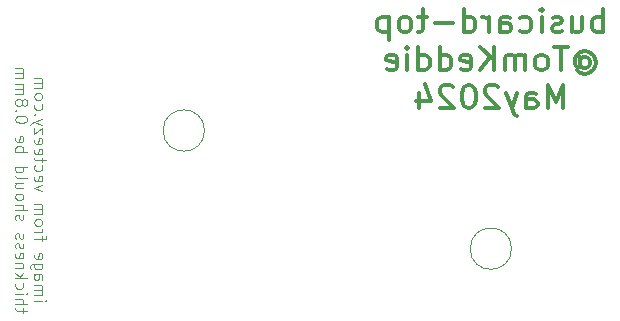
<source format=gbo>
G04 #@! TF.GenerationSoftware,KiCad,Pcbnew,8.0.2-1.fc40*
G04 #@! TF.CreationDate,2024-05-26T07:37:58-07:00*
G04 #@! TF.ProjectId,busicard-top,62757369-6361-4726-942d-746f702e6b69,rev?*
G04 #@! TF.SameCoordinates,Original*
G04 #@! TF.FileFunction,Legend,Bot*
G04 #@! TF.FilePolarity,Positive*
%FSLAX46Y46*%
G04 Gerber Fmt 4.6, Leading zero omitted, Abs format (unit mm)*
G04 Created by KiCad (PCBNEW 8.0.2-1.fc40) date 2024-05-26 07:37:58*
%MOMM*%
%LPD*%
G01*
G04 APERTURE LIST*
%ADD10C,0.300000*%
%ADD11C,0.100000*%
%ADD12C,0.120000*%
G04 APERTURE END LIST*
D10*
X180523809Y-86689750D02*
X180523809Y-84689750D01*
X180523809Y-85451654D02*
X180333333Y-85356416D01*
X180333333Y-85356416D02*
X179952380Y-85356416D01*
X179952380Y-85356416D02*
X179761904Y-85451654D01*
X179761904Y-85451654D02*
X179666666Y-85546892D01*
X179666666Y-85546892D02*
X179571428Y-85737369D01*
X179571428Y-85737369D02*
X179571428Y-86308797D01*
X179571428Y-86308797D02*
X179666666Y-86499273D01*
X179666666Y-86499273D02*
X179761904Y-86594512D01*
X179761904Y-86594512D02*
X179952380Y-86689750D01*
X179952380Y-86689750D02*
X180333333Y-86689750D01*
X180333333Y-86689750D02*
X180523809Y-86594512D01*
X177857142Y-85356416D02*
X177857142Y-86689750D01*
X178714285Y-85356416D02*
X178714285Y-86404035D01*
X178714285Y-86404035D02*
X178619047Y-86594512D01*
X178619047Y-86594512D02*
X178428571Y-86689750D01*
X178428571Y-86689750D02*
X178142856Y-86689750D01*
X178142856Y-86689750D02*
X177952380Y-86594512D01*
X177952380Y-86594512D02*
X177857142Y-86499273D01*
X176999999Y-86594512D02*
X176809523Y-86689750D01*
X176809523Y-86689750D02*
X176428571Y-86689750D01*
X176428571Y-86689750D02*
X176238094Y-86594512D01*
X176238094Y-86594512D02*
X176142856Y-86404035D01*
X176142856Y-86404035D02*
X176142856Y-86308797D01*
X176142856Y-86308797D02*
X176238094Y-86118321D01*
X176238094Y-86118321D02*
X176428571Y-86023083D01*
X176428571Y-86023083D02*
X176714285Y-86023083D01*
X176714285Y-86023083D02*
X176904761Y-85927845D01*
X176904761Y-85927845D02*
X176999999Y-85737369D01*
X176999999Y-85737369D02*
X176999999Y-85642131D01*
X176999999Y-85642131D02*
X176904761Y-85451654D01*
X176904761Y-85451654D02*
X176714285Y-85356416D01*
X176714285Y-85356416D02*
X176428571Y-85356416D01*
X176428571Y-85356416D02*
X176238094Y-85451654D01*
X175285713Y-86689750D02*
X175285713Y-85356416D01*
X175285713Y-84689750D02*
X175380951Y-84784988D01*
X175380951Y-84784988D02*
X175285713Y-84880226D01*
X175285713Y-84880226D02*
X175190475Y-84784988D01*
X175190475Y-84784988D02*
X175285713Y-84689750D01*
X175285713Y-84689750D02*
X175285713Y-84880226D01*
X173476189Y-86594512D02*
X173666665Y-86689750D01*
X173666665Y-86689750D02*
X174047618Y-86689750D01*
X174047618Y-86689750D02*
X174238094Y-86594512D01*
X174238094Y-86594512D02*
X174333332Y-86499273D01*
X174333332Y-86499273D02*
X174428570Y-86308797D01*
X174428570Y-86308797D02*
X174428570Y-85737369D01*
X174428570Y-85737369D02*
X174333332Y-85546892D01*
X174333332Y-85546892D02*
X174238094Y-85451654D01*
X174238094Y-85451654D02*
X174047618Y-85356416D01*
X174047618Y-85356416D02*
X173666665Y-85356416D01*
X173666665Y-85356416D02*
X173476189Y-85451654D01*
X171761903Y-86689750D02*
X171761903Y-85642131D01*
X171761903Y-85642131D02*
X171857141Y-85451654D01*
X171857141Y-85451654D02*
X172047617Y-85356416D01*
X172047617Y-85356416D02*
X172428570Y-85356416D01*
X172428570Y-85356416D02*
X172619046Y-85451654D01*
X171761903Y-86594512D02*
X171952379Y-86689750D01*
X171952379Y-86689750D02*
X172428570Y-86689750D01*
X172428570Y-86689750D02*
X172619046Y-86594512D01*
X172619046Y-86594512D02*
X172714284Y-86404035D01*
X172714284Y-86404035D02*
X172714284Y-86213559D01*
X172714284Y-86213559D02*
X172619046Y-86023083D01*
X172619046Y-86023083D02*
X172428570Y-85927845D01*
X172428570Y-85927845D02*
X171952379Y-85927845D01*
X171952379Y-85927845D02*
X171761903Y-85832607D01*
X170809522Y-86689750D02*
X170809522Y-85356416D01*
X170809522Y-85737369D02*
X170714284Y-85546892D01*
X170714284Y-85546892D02*
X170619046Y-85451654D01*
X170619046Y-85451654D02*
X170428570Y-85356416D01*
X170428570Y-85356416D02*
X170238093Y-85356416D01*
X168714284Y-86689750D02*
X168714284Y-84689750D01*
X168714284Y-86594512D02*
X168904760Y-86689750D01*
X168904760Y-86689750D02*
X169285713Y-86689750D01*
X169285713Y-86689750D02*
X169476189Y-86594512D01*
X169476189Y-86594512D02*
X169571427Y-86499273D01*
X169571427Y-86499273D02*
X169666665Y-86308797D01*
X169666665Y-86308797D02*
X169666665Y-85737369D01*
X169666665Y-85737369D02*
X169571427Y-85546892D01*
X169571427Y-85546892D02*
X169476189Y-85451654D01*
X169476189Y-85451654D02*
X169285713Y-85356416D01*
X169285713Y-85356416D02*
X168904760Y-85356416D01*
X168904760Y-85356416D02*
X168714284Y-85451654D01*
X167761903Y-85927845D02*
X166238094Y-85927845D01*
X165571427Y-85356416D02*
X164809523Y-85356416D01*
X165285713Y-84689750D02*
X165285713Y-86404035D01*
X165285713Y-86404035D02*
X165190475Y-86594512D01*
X165190475Y-86594512D02*
X164999999Y-86689750D01*
X164999999Y-86689750D02*
X164809523Y-86689750D01*
X163857142Y-86689750D02*
X164047618Y-86594512D01*
X164047618Y-86594512D02*
X164142856Y-86499273D01*
X164142856Y-86499273D02*
X164238094Y-86308797D01*
X164238094Y-86308797D02*
X164238094Y-85737369D01*
X164238094Y-85737369D02*
X164142856Y-85546892D01*
X164142856Y-85546892D02*
X164047618Y-85451654D01*
X164047618Y-85451654D02*
X163857142Y-85356416D01*
X163857142Y-85356416D02*
X163571427Y-85356416D01*
X163571427Y-85356416D02*
X163380951Y-85451654D01*
X163380951Y-85451654D02*
X163285713Y-85546892D01*
X163285713Y-85546892D02*
X163190475Y-85737369D01*
X163190475Y-85737369D02*
X163190475Y-86308797D01*
X163190475Y-86308797D02*
X163285713Y-86499273D01*
X163285713Y-86499273D02*
X163380951Y-86594512D01*
X163380951Y-86594512D02*
X163571427Y-86689750D01*
X163571427Y-86689750D02*
X163857142Y-86689750D01*
X162333332Y-85356416D02*
X162333332Y-87356416D01*
X162333332Y-85451654D02*
X162142856Y-85356416D01*
X162142856Y-85356416D02*
X161761903Y-85356416D01*
X161761903Y-85356416D02*
X161571427Y-85451654D01*
X161571427Y-85451654D02*
X161476189Y-85546892D01*
X161476189Y-85546892D02*
X161380951Y-85737369D01*
X161380951Y-85737369D02*
X161380951Y-86308797D01*
X161380951Y-86308797D02*
X161476189Y-86499273D01*
X161476189Y-86499273D02*
X161571427Y-86594512D01*
X161571427Y-86594512D02*
X161761903Y-86689750D01*
X161761903Y-86689750D02*
X162142856Y-86689750D01*
X162142856Y-86689750D02*
X162333332Y-86594512D01*
X178571429Y-88957257D02*
X178666667Y-88862019D01*
X178666667Y-88862019D02*
X178857143Y-88766780D01*
X178857143Y-88766780D02*
X179047619Y-88766780D01*
X179047619Y-88766780D02*
X179238095Y-88862019D01*
X179238095Y-88862019D02*
X179333334Y-88957257D01*
X179333334Y-88957257D02*
X179428572Y-89147733D01*
X179428572Y-89147733D02*
X179428572Y-89338209D01*
X179428572Y-89338209D02*
X179333334Y-89528685D01*
X179333334Y-89528685D02*
X179238095Y-89623923D01*
X179238095Y-89623923D02*
X179047619Y-89719161D01*
X179047619Y-89719161D02*
X178857143Y-89719161D01*
X178857143Y-89719161D02*
X178666667Y-89623923D01*
X178666667Y-89623923D02*
X178571429Y-89528685D01*
X178571429Y-88766780D02*
X178571429Y-89528685D01*
X178571429Y-89528685D02*
X178476191Y-89623923D01*
X178476191Y-89623923D02*
X178380953Y-89623923D01*
X178380953Y-89623923D02*
X178190476Y-89528685D01*
X178190476Y-89528685D02*
X178095238Y-89338209D01*
X178095238Y-89338209D02*
X178095238Y-88862019D01*
X178095238Y-88862019D02*
X178285715Y-88576304D01*
X178285715Y-88576304D02*
X178571429Y-88385828D01*
X178571429Y-88385828D02*
X178952381Y-88290590D01*
X178952381Y-88290590D02*
X179333334Y-88385828D01*
X179333334Y-88385828D02*
X179619048Y-88576304D01*
X179619048Y-88576304D02*
X179809524Y-88862019D01*
X179809524Y-88862019D02*
X179904762Y-89242971D01*
X179904762Y-89242971D02*
X179809524Y-89623923D01*
X179809524Y-89623923D02*
X179619048Y-89909638D01*
X179619048Y-89909638D02*
X179333334Y-90100114D01*
X179333334Y-90100114D02*
X178952381Y-90195352D01*
X178952381Y-90195352D02*
X178571429Y-90100114D01*
X178571429Y-90100114D02*
X178285715Y-89909638D01*
X177523809Y-87909638D02*
X176380952Y-87909638D01*
X176952381Y-89909638D02*
X176952381Y-87909638D01*
X175428571Y-89909638D02*
X175619047Y-89814400D01*
X175619047Y-89814400D02*
X175714285Y-89719161D01*
X175714285Y-89719161D02*
X175809523Y-89528685D01*
X175809523Y-89528685D02*
X175809523Y-88957257D01*
X175809523Y-88957257D02*
X175714285Y-88766780D01*
X175714285Y-88766780D02*
X175619047Y-88671542D01*
X175619047Y-88671542D02*
X175428571Y-88576304D01*
X175428571Y-88576304D02*
X175142856Y-88576304D01*
X175142856Y-88576304D02*
X174952380Y-88671542D01*
X174952380Y-88671542D02*
X174857142Y-88766780D01*
X174857142Y-88766780D02*
X174761904Y-88957257D01*
X174761904Y-88957257D02*
X174761904Y-89528685D01*
X174761904Y-89528685D02*
X174857142Y-89719161D01*
X174857142Y-89719161D02*
X174952380Y-89814400D01*
X174952380Y-89814400D02*
X175142856Y-89909638D01*
X175142856Y-89909638D02*
X175428571Y-89909638D01*
X173904761Y-89909638D02*
X173904761Y-88576304D01*
X173904761Y-88766780D02*
X173809523Y-88671542D01*
X173809523Y-88671542D02*
X173619047Y-88576304D01*
X173619047Y-88576304D02*
X173333332Y-88576304D01*
X173333332Y-88576304D02*
X173142856Y-88671542D01*
X173142856Y-88671542D02*
X173047618Y-88862019D01*
X173047618Y-88862019D02*
X173047618Y-89909638D01*
X173047618Y-88862019D02*
X172952380Y-88671542D01*
X172952380Y-88671542D02*
X172761904Y-88576304D01*
X172761904Y-88576304D02*
X172476190Y-88576304D01*
X172476190Y-88576304D02*
X172285713Y-88671542D01*
X172285713Y-88671542D02*
X172190475Y-88862019D01*
X172190475Y-88862019D02*
X172190475Y-89909638D01*
X171238094Y-89909638D02*
X171238094Y-87909638D01*
X170095237Y-89909638D02*
X170952380Y-88766780D01*
X170095237Y-87909638D02*
X171238094Y-89052495D01*
X168476189Y-89814400D02*
X168666665Y-89909638D01*
X168666665Y-89909638D02*
X169047618Y-89909638D01*
X169047618Y-89909638D02*
X169238094Y-89814400D01*
X169238094Y-89814400D02*
X169333332Y-89623923D01*
X169333332Y-89623923D02*
X169333332Y-88862019D01*
X169333332Y-88862019D02*
X169238094Y-88671542D01*
X169238094Y-88671542D02*
X169047618Y-88576304D01*
X169047618Y-88576304D02*
X168666665Y-88576304D01*
X168666665Y-88576304D02*
X168476189Y-88671542D01*
X168476189Y-88671542D02*
X168380951Y-88862019D01*
X168380951Y-88862019D02*
X168380951Y-89052495D01*
X168380951Y-89052495D02*
X169333332Y-89242971D01*
X166666665Y-89909638D02*
X166666665Y-87909638D01*
X166666665Y-89814400D02*
X166857141Y-89909638D01*
X166857141Y-89909638D02*
X167238094Y-89909638D01*
X167238094Y-89909638D02*
X167428570Y-89814400D01*
X167428570Y-89814400D02*
X167523808Y-89719161D01*
X167523808Y-89719161D02*
X167619046Y-89528685D01*
X167619046Y-89528685D02*
X167619046Y-88957257D01*
X167619046Y-88957257D02*
X167523808Y-88766780D01*
X167523808Y-88766780D02*
X167428570Y-88671542D01*
X167428570Y-88671542D02*
X167238094Y-88576304D01*
X167238094Y-88576304D02*
X166857141Y-88576304D01*
X166857141Y-88576304D02*
X166666665Y-88671542D01*
X164857141Y-89909638D02*
X164857141Y-87909638D01*
X164857141Y-89814400D02*
X165047617Y-89909638D01*
X165047617Y-89909638D02*
X165428570Y-89909638D01*
X165428570Y-89909638D02*
X165619046Y-89814400D01*
X165619046Y-89814400D02*
X165714284Y-89719161D01*
X165714284Y-89719161D02*
X165809522Y-89528685D01*
X165809522Y-89528685D02*
X165809522Y-88957257D01*
X165809522Y-88957257D02*
X165714284Y-88766780D01*
X165714284Y-88766780D02*
X165619046Y-88671542D01*
X165619046Y-88671542D02*
X165428570Y-88576304D01*
X165428570Y-88576304D02*
X165047617Y-88576304D01*
X165047617Y-88576304D02*
X164857141Y-88671542D01*
X163904760Y-89909638D02*
X163904760Y-88576304D01*
X163904760Y-87909638D02*
X163999998Y-88004876D01*
X163999998Y-88004876D02*
X163904760Y-88100114D01*
X163904760Y-88100114D02*
X163809522Y-88004876D01*
X163809522Y-88004876D02*
X163904760Y-87909638D01*
X163904760Y-87909638D02*
X163904760Y-88100114D01*
X162190474Y-89814400D02*
X162380950Y-89909638D01*
X162380950Y-89909638D02*
X162761903Y-89909638D01*
X162761903Y-89909638D02*
X162952379Y-89814400D01*
X162952379Y-89814400D02*
X163047617Y-89623923D01*
X163047617Y-89623923D02*
X163047617Y-88862019D01*
X163047617Y-88862019D02*
X162952379Y-88671542D01*
X162952379Y-88671542D02*
X162761903Y-88576304D01*
X162761903Y-88576304D02*
X162380950Y-88576304D01*
X162380950Y-88576304D02*
X162190474Y-88671542D01*
X162190474Y-88671542D02*
X162095236Y-88862019D01*
X162095236Y-88862019D02*
X162095236Y-89052495D01*
X162095236Y-89052495D02*
X163047617Y-89242971D01*
X177142857Y-93129526D02*
X177142857Y-91129526D01*
X177142857Y-91129526D02*
X176476190Y-92558097D01*
X176476190Y-92558097D02*
X175809524Y-91129526D01*
X175809524Y-91129526D02*
X175809524Y-93129526D01*
X174000000Y-93129526D02*
X174000000Y-92081907D01*
X174000000Y-92081907D02*
X174095238Y-91891430D01*
X174095238Y-91891430D02*
X174285714Y-91796192D01*
X174285714Y-91796192D02*
X174666667Y-91796192D01*
X174666667Y-91796192D02*
X174857143Y-91891430D01*
X174000000Y-93034288D02*
X174190476Y-93129526D01*
X174190476Y-93129526D02*
X174666667Y-93129526D01*
X174666667Y-93129526D02*
X174857143Y-93034288D01*
X174857143Y-93034288D02*
X174952381Y-92843811D01*
X174952381Y-92843811D02*
X174952381Y-92653335D01*
X174952381Y-92653335D02*
X174857143Y-92462859D01*
X174857143Y-92462859D02*
X174666667Y-92367621D01*
X174666667Y-92367621D02*
X174190476Y-92367621D01*
X174190476Y-92367621D02*
X174000000Y-92272383D01*
X173238095Y-91796192D02*
X172761905Y-93129526D01*
X172285714Y-91796192D02*
X172761905Y-93129526D01*
X172761905Y-93129526D02*
X172952381Y-93605716D01*
X172952381Y-93605716D02*
X173047619Y-93700954D01*
X173047619Y-93700954D02*
X173238095Y-93796192D01*
X171619047Y-91320002D02*
X171523809Y-91224764D01*
X171523809Y-91224764D02*
X171333333Y-91129526D01*
X171333333Y-91129526D02*
X170857142Y-91129526D01*
X170857142Y-91129526D02*
X170666666Y-91224764D01*
X170666666Y-91224764D02*
X170571428Y-91320002D01*
X170571428Y-91320002D02*
X170476190Y-91510478D01*
X170476190Y-91510478D02*
X170476190Y-91700954D01*
X170476190Y-91700954D02*
X170571428Y-91986668D01*
X170571428Y-91986668D02*
X171714285Y-93129526D01*
X171714285Y-93129526D02*
X170476190Y-93129526D01*
X169238095Y-91129526D02*
X169047618Y-91129526D01*
X169047618Y-91129526D02*
X168857142Y-91224764D01*
X168857142Y-91224764D02*
X168761904Y-91320002D01*
X168761904Y-91320002D02*
X168666666Y-91510478D01*
X168666666Y-91510478D02*
X168571428Y-91891430D01*
X168571428Y-91891430D02*
X168571428Y-92367621D01*
X168571428Y-92367621D02*
X168666666Y-92748573D01*
X168666666Y-92748573D02*
X168761904Y-92939049D01*
X168761904Y-92939049D02*
X168857142Y-93034288D01*
X168857142Y-93034288D02*
X169047618Y-93129526D01*
X169047618Y-93129526D02*
X169238095Y-93129526D01*
X169238095Y-93129526D02*
X169428571Y-93034288D01*
X169428571Y-93034288D02*
X169523809Y-92939049D01*
X169523809Y-92939049D02*
X169619047Y-92748573D01*
X169619047Y-92748573D02*
X169714285Y-92367621D01*
X169714285Y-92367621D02*
X169714285Y-91891430D01*
X169714285Y-91891430D02*
X169619047Y-91510478D01*
X169619047Y-91510478D02*
X169523809Y-91320002D01*
X169523809Y-91320002D02*
X169428571Y-91224764D01*
X169428571Y-91224764D02*
X169238095Y-91129526D01*
X167809523Y-91320002D02*
X167714285Y-91224764D01*
X167714285Y-91224764D02*
X167523809Y-91129526D01*
X167523809Y-91129526D02*
X167047618Y-91129526D01*
X167047618Y-91129526D02*
X166857142Y-91224764D01*
X166857142Y-91224764D02*
X166761904Y-91320002D01*
X166761904Y-91320002D02*
X166666666Y-91510478D01*
X166666666Y-91510478D02*
X166666666Y-91700954D01*
X166666666Y-91700954D02*
X166761904Y-91986668D01*
X166761904Y-91986668D02*
X167904761Y-93129526D01*
X167904761Y-93129526D02*
X166666666Y-93129526D01*
X164952380Y-91796192D02*
X164952380Y-93129526D01*
X165428571Y-91034288D02*
X165904761Y-92462859D01*
X165904761Y-92462859D02*
X164666666Y-92462859D01*
D11*
X132347552Y-109428571D02*
X133014219Y-109428571D01*
X133347552Y-109428571D02*
X133299933Y-109476190D01*
X133299933Y-109476190D02*
X133252314Y-109428571D01*
X133252314Y-109428571D02*
X133299933Y-109380952D01*
X133299933Y-109380952D02*
X133347552Y-109428571D01*
X133347552Y-109428571D02*
X133252314Y-109428571D01*
X132347552Y-108952381D02*
X133014219Y-108952381D01*
X132918981Y-108952381D02*
X132966600Y-108904762D01*
X132966600Y-108904762D02*
X133014219Y-108809524D01*
X133014219Y-108809524D02*
X133014219Y-108666667D01*
X133014219Y-108666667D02*
X132966600Y-108571429D01*
X132966600Y-108571429D02*
X132871362Y-108523810D01*
X132871362Y-108523810D02*
X132347552Y-108523810D01*
X132871362Y-108523810D02*
X132966600Y-108476191D01*
X132966600Y-108476191D02*
X133014219Y-108380953D01*
X133014219Y-108380953D02*
X133014219Y-108238096D01*
X133014219Y-108238096D02*
X132966600Y-108142857D01*
X132966600Y-108142857D02*
X132871362Y-108095238D01*
X132871362Y-108095238D02*
X132347552Y-108095238D01*
X132347552Y-107190477D02*
X132871362Y-107190477D01*
X132871362Y-107190477D02*
X132966600Y-107238096D01*
X132966600Y-107238096D02*
X133014219Y-107333334D01*
X133014219Y-107333334D02*
X133014219Y-107523810D01*
X133014219Y-107523810D02*
X132966600Y-107619048D01*
X132395172Y-107190477D02*
X132347552Y-107285715D01*
X132347552Y-107285715D02*
X132347552Y-107523810D01*
X132347552Y-107523810D02*
X132395172Y-107619048D01*
X132395172Y-107619048D02*
X132490410Y-107666667D01*
X132490410Y-107666667D02*
X132585648Y-107666667D01*
X132585648Y-107666667D02*
X132680886Y-107619048D01*
X132680886Y-107619048D02*
X132728505Y-107523810D01*
X132728505Y-107523810D02*
X132728505Y-107285715D01*
X132728505Y-107285715D02*
X132776124Y-107190477D01*
X133014219Y-106285715D02*
X132204695Y-106285715D01*
X132204695Y-106285715D02*
X132109457Y-106333334D01*
X132109457Y-106333334D02*
X132061838Y-106380953D01*
X132061838Y-106380953D02*
X132014219Y-106476191D01*
X132014219Y-106476191D02*
X132014219Y-106619048D01*
X132014219Y-106619048D02*
X132061838Y-106714286D01*
X132395172Y-106285715D02*
X132347552Y-106380953D01*
X132347552Y-106380953D02*
X132347552Y-106571429D01*
X132347552Y-106571429D02*
X132395172Y-106666667D01*
X132395172Y-106666667D02*
X132442791Y-106714286D01*
X132442791Y-106714286D02*
X132538029Y-106761905D01*
X132538029Y-106761905D02*
X132823743Y-106761905D01*
X132823743Y-106761905D02*
X132918981Y-106714286D01*
X132918981Y-106714286D02*
X132966600Y-106666667D01*
X132966600Y-106666667D02*
X133014219Y-106571429D01*
X133014219Y-106571429D02*
X133014219Y-106380953D01*
X133014219Y-106380953D02*
X132966600Y-106285715D01*
X132395172Y-105428572D02*
X132347552Y-105523810D01*
X132347552Y-105523810D02*
X132347552Y-105714286D01*
X132347552Y-105714286D02*
X132395172Y-105809524D01*
X132395172Y-105809524D02*
X132490410Y-105857143D01*
X132490410Y-105857143D02*
X132871362Y-105857143D01*
X132871362Y-105857143D02*
X132966600Y-105809524D01*
X132966600Y-105809524D02*
X133014219Y-105714286D01*
X133014219Y-105714286D02*
X133014219Y-105523810D01*
X133014219Y-105523810D02*
X132966600Y-105428572D01*
X132966600Y-105428572D02*
X132871362Y-105380953D01*
X132871362Y-105380953D02*
X132776124Y-105380953D01*
X132776124Y-105380953D02*
X132680886Y-105857143D01*
X133014219Y-104333333D02*
X133014219Y-103952381D01*
X132347552Y-104190476D02*
X133204695Y-104190476D01*
X133204695Y-104190476D02*
X133299933Y-104142857D01*
X133299933Y-104142857D02*
X133347552Y-104047619D01*
X133347552Y-104047619D02*
X133347552Y-103952381D01*
X132347552Y-103619047D02*
X133014219Y-103619047D01*
X132823743Y-103619047D02*
X132918981Y-103571428D01*
X132918981Y-103571428D02*
X132966600Y-103523809D01*
X132966600Y-103523809D02*
X133014219Y-103428571D01*
X133014219Y-103428571D02*
X133014219Y-103333333D01*
X132347552Y-102857142D02*
X132395172Y-102952380D01*
X132395172Y-102952380D02*
X132442791Y-102999999D01*
X132442791Y-102999999D02*
X132538029Y-103047618D01*
X132538029Y-103047618D02*
X132823743Y-103047618D01*
X132823743Y-103047618D02*
X132918981Y-102999999D01*
X132918981Y-102999999D02*
X132966600Y-102952380D01*
X132966600Y-102952380D02*
X133014219Y-102857142D01*
X133014219Y-102857142D02*
X133014219Y-102714285D01*
X133014219Y-102714285D02*
X132966600Y-102619047D01*
X132966600Y-102619047D02*
X132918981Y-102571428D01*
X132918981Y-102571428D02*
X132823743Y-102523809D01*
X132823743Y-102523809D02*
X132538029Y-102523809D01*
X132538029Y-102523809D02*
X132442791Y-102571428D01*
X132442791Y-102571428D02*
X132395172Y-102619047D01*
X132395172Y-102619047D02*
X132347552Y-102714285D01*
X132347552Y-102714285D02*
X132347552Y-102857142D01*
X132347552Y-102095237D02*
X133014219Y-102095237D01*
X132918981Y-102095237D02*
X132966600Y-102047618D01*
X132966600Y-102047618D02*
X133014219Y-101952380D01*
X133014219Y-101952380D02*
X133014219Y-101809523D01*
X133014219Y-101809523D02*
X132966600Y-101714285D01*
X132966600Y-101714285D02*
X132871362Y-101666666D01*
X132871362Y-101666666D02*
X132347552Y-101666666D01*
X132871362Y-101666666D02*
X132966600Y-101619047D01*
X132966600Y-101619047D02*
X133014219Y-101523809D01*
X133014219Y-101523809D02*
X133014219Y-101380952D01*
X133014219Y-101380952D02*
X132966600Y-101285713D01*
X132966600Y-101285713D02*
X132871362Y-101238094D01*
X132871362Y-101238094D02*
X132347552Y-101238094D01*
X133014219Y-100095237D02*
X132347552Y-99857142D01*
X132347552Y-99857142D02*
X133014219Y-99619047D01*
X132395172Y-98857142D02*
X132347552Y-98952380D01*
X132347552Y-98952380D02*
X132347552Y-99142856D01*
X132347552Y-99142856D02*
X132395172Y-99238094D01*
X132395172Y-99238094D02*
X132490410Y-99285713D01*
X132490410Y-99285713D02*
X132871362Y-99285713D01*
X132871362Y-99285713D02*
X132966600Y-99238094D01*
X132966600Y-99238094D02*
X133014219Y-99142856D01*
X133014219Y-99142856D02*
X133014219Y-98952380D01*
X133014219Y-98952380D02*
X132966600Y-98857142D01*
X132966600Y-98857142D02*
X132871362Y-98809523D01*
X132871362Y-98809523D02*
X132776124Y-98809523D01*
X132776124Y-98809523D02*
X132680886Y-99285713D01*
X132395172Y-97952380D02*
X132347552Y-98047618D01*
X132347552Y-98047618D02*
X132347552Y-98238094D01*
X132347552Y-98238094D02*
X132395172Y-98333332D01*
X132395172Y-98333332D02*
X132442791Y-98380951D01*
X132442791Y-98380951D02*
X132538029Y-98428570D01*
X132538029Y-98428570D02*
X132823743Y-98428570D01*
X132823743Y-98428570D02*
X132918981Y-98380951D01*
X132918981Y-98380951D02*
X132966600Y-98333332D01*
X132966600Y-98333332D02*
X133014219Y-98238094D01*
X133014219Y-98238094D02*
X133014219Y-98047618D01*
X133014219Y-98047618D02*
X132966600Y-97952380D01*
X133014219Y-97666665D02*
X133014219Y-97285713D01*
X133347552Y-97523808D02*
X132490410Y-97523808D01*
X132490410Y-97523808D02*
X132395172Y-97476189D01*
X132395172Y-97476189D02*
X132347552Y-97380951D01*
X132347552Y-97380951D02*
X132347552Y-97285713D01*
X132395172Y-96571427D02*
X132347552Y-96666665D01*
X132347552Y-96666665D02*
X132347552Y-96857141D01*
X132347552Y-96857141D02*
X132395172Y-96952379D01*
X132395172Y-96952379D02*
X132490410Y-96999998D01*
X132490410Y-96999998D02*
X132871362Y-96999998D01*
X132871362Y-96999998D02*
X132966600Y-96952379D01*
X132966600Y-96952379D02*
X133014219Y-96857141D01*
X133014219Y-96857141D02*
X133014219Y-96666665D01*
X133014219Y-96666665D02*
X132966600Y-96571427D01*
X132966600Y-96571427D02*
X132871362Y-96523808D01*
X132871362Y-96523808D02*
X132776124Y-96523808D01*
X132776124Y-96523808D02*
X132680886Y-96999998D01*
X132395172Y-95714284D02*
X132347552Y-95809522D01*
X132347552Y-95809522D02*
X132347552Y-95999998D01*
X132347552Y-95999998D02*
X132395172Y-96095236D01*
X132395172Y-96095236D02*
X132490410Y-96142855D01*
X132490410Y-96142855D02*
X132871362Y-96142855D01*
X132871362Y-96142855D02*
X132966600Y-96095236D01*
X132966600Y-96095236D02*
X133014219Y-95999998D01*
X133014219Y-95999998D02*
X133014219Y-95809522D01*
X133014219Y-95809522D02*
X132966600Y-95714284D01*
X132966600Y-95714284D02*
X132871362Y-95666665D01*
X132871362Y-95666665D02*
X132776124Y-95666665D01*
X132776124Y-95666665D02*
X132680886Y-96142855D01*
X133014219Y-95333331D02*
X133014219Y-94809522D01*
X133014219Y-94809522D02*
X132347552Y-95333331D01*
X132347552Y-95333331D02*
X132347552Y-94809522D01*
X133014219Y-94523807D02*
X132347552Y-94285712D01*
X133014219Y-94047617D02*
X132347552Y-94285712D01*
X132347552Y-94285712D02*
X132109457Y-94380950D01*
X132109457Y-94380950D02*
X132061838Y-94428569D01*
X132061838Y-94428569D02*
X132014219Y-94523807D01*
X132442791Y-93666664D02*
X132395172Y-93619045D01*
X132395172Y-93619045D02*
X132347552Y-93666664D01*
X132347552Y-93666664D02*
X132395172Y-93714283D01*
X132395172Y-93714283D02*
X132442791Y-93666664D01*
X132442791Y-93666664D02*
X132347552Y-93666664D01*
X132395172Y-92761903D02*
X132347552Y-92857141D01*
X132347552Y-92857141D02*
X132347552Y-93047617D01*
X132347552Y-93047617D02*
X132395172Y-93142855D01*
X132395172Y-93142855D02*
X132442791Y-93190474D01*
X132442791Y-93190474D02*
X132538029Y-93238093D01*
X132538029Y-93238093D02*
X132823743Y-93238093D01*
X132823743Y-93238093D02*
X132918981Y-93190474D01*
X132918981Y-93190474D02*
X132966600Y-93142855D01*
X132966600Y-93142855D02*
X133014219Y-93047617D01*
X133014219Y-93047617D02*
X133014219Y-92857141D01*
X133014219Y-92857141D02*
X132966600Y-92761903D01*
X132347552Y-92190474D02*
X132395172Y-92285712D01*
X132395172Y-92285712D02*
X132442791Y-92333331D01*
X132442791Y-92333331D02*
X132538029Y-92380950D01*
X132538029Y-92380950D02*
X132823743Y-92380950D01*
X132823743Y-92380950D02*
X132918981Y-92333331D01*
X132918981Y-92333331D02*
X132966600Y-92285712D01*
X132966600Y-92285712D02*
X133014219Y-92190474D01*
X133014219Y-92190474D02*
X133014219Y-92047617D01*
X133014219Y-92047617D02*
X132966600Y-91952379D01*
X132966600Y-91952379D02*
X132918981Y-91904760D01*
X132918981Y-91904760D02*
X132823743Y-91857141D01*
X132823743Y-91857141D02*
X132538029Y-91857141D01*
X132538029Y-91857141D02*
X132442791Y-91904760D01*
X132442791Y-91904760D02*
X132395172Y-91952379D01*
X132395172Y-91952379D02*
X132347552Y-92047617D01*
X132347552Y-92047617D02*
X132347552Y-92190474D01*
X132347552Y-91428569D02*
X133014219Y-91428569D01*
X132918981Y-91428569D02*
X132966600Y-91380950D01*
X132966600Y-91380950D02*
X133014219Y-91285712D01*
X133014219Y-91285712D02*
X133014219Y-91142855D01*
X133014219Y-91142855D02*
X132966600Y-91047617D01*
X132966600Y-91047617D02*
X132871362Y-90999998D01*
X132871362Y-90999998D02*
X132347552Y-90999998D01*
X132871362Y-90999998D02*
X132966600Y-90952379D01*
X132966600Y-90952379D02*
X133014219Y-90857141D01*
X133014219Y-90857141D02*
X133014219Y-90714284D01*
X133014219Y-90714284D02*
X132966600Y-90619045D01*
X132966600Y-90619045D02*
X132871362Y-90571426D01*
X132871362Y-90571426D02*
X132347552Y-90571426D01*
X131404275Y-110428571D02*
X131404275Y-110047619D01*
X131737608Y-110285714D02*
X130880466Y-110285714D01*
X130880466Y-110285714D02*
X130785228Y-110238095D01*
X130785228Y-110238095D02*
X130737608Y-110142857D01*
X130737608Y-110142857D02*
X130737608Y-110047619D01*
X130737608Y-109714285D02*
X131737608Y-109714285D01*
X130737608Y-109285714D02*
X131261418Y-109285714D01*
X131261418Y-109285714D02*
X131356656Y-109333333D01*
X131356656Y-109333333D02*
X131404275Y-109428571D01*
X131404275Y-109428571D02*
X131404275Y-109571428D01*
X131404275Y-109571428D02*
X131356656Y-109666666D01*
X131356656Y-109666666D02*
X131309037Y-109714285D01*
X130737608Y-108809523D02*
X131404275Y-108809523D01*
X131737608Y-108809523D02*
X131689989Y-108857142D01*
X131689989Y-108857142D02*
X131642370Y-108809523D01*
X131642370Y-108809523D02*
X131689989Y-108761904D01*
X131689989Y-108761904D02*
X131737608Y-108809523D01*
X131737608Y-108809523D02*
X131642370Y-108809523D01*
X130785228Y-107904762D02*
X130737608Y-108000000D01*
X130737608Y-108000000D02*
X130737608Y-108190476D01*
X130737608Y-108190476D02*
X130785228Y-108285714D01*
X130785228Y-108285714D02*
X130832847Y-108333333D01*
X130832847Y-108333333D02*
X130928085Y-108380952D01*
X130928085Y-108380952D02*
X131213799Y-108380952D01*
X131213799Y-108380952D02*
X131309037Y-108333333D01*
X131309037Y-108333333D02*
X131356656Y-108285714D01*
X131356656Y-108285714D02*
X131404275Y-108190476D01*
X131404275Y-108190476D02*
X131404275Y-108000000D01*
X131404275Y-108000000D02*
X131356656Y-107904762D01*
X130737608Y-107476190D02*
X131737608Y-107476190D01*
X131118561Y-107380952D02*
X130737608Y-107095238D01*
X131404275Y-107095238D02*
X131023323Y-107476190D01*
X131404275Y-106666666D02*
X130737608Y-106666666D01*
X131309037Y-106666666D02*
X131356656Y-106619047D01*
X131356656Y-106619047D02*
X131404275Y-106523809D01*
X131404275Y-106523809D02*
X131404275Y-106380952D01*
X131404275Y-106380952D02*
X131356656Y-106285714D01*
X131356656Y-106285714D02*
X131261418Y-106238095D01*
X131261418Y-106238095D02*
X130737608Y-106238095D01*
X130785228Y-105380952D02*
X130737608Y-105476190D01*
X130737608Y-105476190D02*
X130737608Y-105666666D01*
X130737608Y-105666666D02*
X130785228Y-105761904D01*
X130785228Y-105761904D02*
X130880466Y-105809523D01*
X130880466Y-105809523D02*
X131261418Y-105809523D01*
X131261418Y-105809523D02*
X131356656Y-105761904D01*
X131356656Y-105761904D02*
X131404275Y-105666666D01*
X131404275Y-105666666D02*
X131404275Y-105476190D01*
X131404275Y-105476190D02*
X131356656Y-105380952D01*
X131356656Y-105380952D02*
X131261418Y-105333333D01*
X131261418Y-105333333D02*
X131166180Y-105333333D01*
X131166180Y-105333333D02*
X131070942Y-105809523D01*
X130785228Y-104952380D02*
X130737608Y-104857142D01*
X130737608Y-104857142D02*
X130737608Y-104666666D01*
X130737608Y-104666666D02*
X130785228Y-104571428D01*
X130785228Y-104571428D02*
X130880466Y-104523809D01*
X130880466Y-104523809D02*
X130928085Y-104523809D01*
X130928085Y-104523809D02*
X131023323Y-104571428D01*
X131023323Y-104571428D02*
X131070942Y-104666666D01*
X131070942Y-104666666D02*
X131070942Y-104809523D01*
X131070942Y-104809523D02*
X131118561Y-104904761D01*
X131118561Y-104904761D02*
X131213799Y-104952380D01*
X131213799Y-104952380D02*
X131261418Y-104952380D01*
X131261418Y-104952380D02*
X131356656Y-104904761D01*
X131356656Y-104904761D02*
X131404275Y-104809523D01*
X131404275Y-104809523D02*
X131404275Y-104666666D01*
X131404275Y-104666666D02*
X131356656Y-104571428D01*
X130785228Y-104142856D02*
X130737608Y-104047618D01*
X130737608Y-104047618D02*
X130737608Y-103857142D01*
X130737608Y-103857142D02*
X130785228Y-103761904D01*
X130785228Y-103761904D02*
X130880466Y-103714285D01*
X130880466Y-103714285D02*
X130928085Y-103714285D01*
X130928085Y-103714285D02*
X131023323Y-103761904D01*
X131023323Y-103761904D02*
X131070942Y-103857142D01*
X131070942Y-103857142D02*
X131070942Y-103999999D01*
X131070942Y-103999999D02*
X131118561Y-104095237D01*
X131118561Y-104095237D02*
X131213799Y-104142856D01*
X131213799Y-104142856D02*
X131261418Y-104142856D01*
X131261418Y-104142856D02*
X131356656Y-104095237D01*
X131356656Y-104095237D02*
X131404275Y-103999999D01*
X131404275Y-103999999D02*
X131404275Y-103857142D01*
X131404275Y-103857142D02*
X131356656Y-103761904D01*
X130785228Y-102571427D02*
X130737608Y-102476189D01*
X130737608Y-102476189D02*
X130737608Y-102285713D01*
X130737608Y-102285713D02*
X130785228Y-102190475D01*
X130785228Y-102190475D02*
X130880466Y-102142856D01*
X130880466Y-102142856D02*
X130928085Y-102142856D01*
X130928085Y-102142856D02*
X131023323Y-102190475D01*
X131023323Y-102190475D02*
X131070942Y-102285713D01*
X131070942Y-102285713D02*
X131070942Y-102428570D01*
X131070942Y-102428570D02*
X131118561Y-102523808D01*
X131118561Y-102523808D02*
X131213799Y-102571427D01*
X131213799Y-102571427D02*
X131261418Y-102571427D01*
X131261418Y-102571427D02*
X131356656Y-102523808D01*
X131356656Y-102523808D02*
X131404275Y-102428570D01*
X131404275Y-102428570D02*
X131404275Y-102285713D01*
X131404275Y-102285713D02*
X131356656Y-102190475D01*
X130737608Y-101714284D02*
X131737608Y-101714284D01*
X130737608Y-101285713D02*
X131261418Y-101285713D01*
X131261418Y-101285713D02*
X131356656Y-101333332D01*
X131356656Y-101333332D02*
X131404275Y-101428570D01*
X131404275Y-101428570D02*
X131404275Y-101571427D01*
X131404275Y-101571427D02*
X131356656Y-101666665D01*
X131356656Y-101666665D02*
X131309037Y-101714284D01*
X130737608Y-100666665D02*
X130785228Y-100761903D01*
X130785228Y-100761903D02*
X130832847Y-100809522D01*
X130832847Y-100809522D02*
X130928085Y-100857141D01*
X130928085Y-100857141D02*
X131213799Y-100857141D01*
X131213799Y-100857141D02*
X131309037Y-100809522D01*
X131309037Y-100809522D02*
X131356656Y-100761903D01*
X131356656Y-100761903D02*
X131404275Y-100666665D01*
X131404275Y-100666665D02*
X131404275Y-100523808D01*
X131404275Y-100523808D02*
X131356656Y-100428570D01*
X131356656Y-100428570D02*
X131309037Y-100380951D01*
X131309037Y-100380951D02*
X131213799Y-100333332D01*
X131213799Y-100333332D02*
X130928085Y-100333332D01*
X130928085Y-100333332D02*
X130832847Y-100380951D01*
X130832847Y-100380951D02*
X130785228Y-100428570D01*
X130785228Y-100428570D02*
X130737608Y-100523808D01*
X130737608Y-100523808D02*
X130737608Y-100666665D01*
X131404275Y-99476189D02*
X130737608Y-99476189D01*
X131404275Y-99904760D02*
X130880466Y-99904760D01*
X130880466Y-99904760D02*
X130785228Y-99857141D01*
X130785228Y-99857141D02*
X130737608Y-99761903D01*
X130737608Y-99761903D02*
X130737608Y-99619046D01*
X130737608Y-99619046D02*
X130785228Y-99523808D01*
X130785228Y-99523808D02*
X130832847Y-99476189D01*
X130737608Y-98857141D02*
X130785228Y-98952379D01*
X130785228Y-98952379D02*
X130880466Y-98999998D01*
X130880466Y-98999998D02*
X131737608Y-98999998D01*
X130737608Y-98047617D02*
X131737608Y-98047617D01*
X130785228Y-98047617D02*
X130737608Y-98142855D01*
X130737608Y-98142855D02*
X130737608Y-98333331D01*
X130737608Y-98333331D02*
X130785228Y-98428569D01*
X130785228Y-98428569D02*
X130832847Y-98476188D01*
X130832847Y-98476188D02*
X130928085Y-98523807D01*
X130928085Y-98523807D02*
X131213799Y-98523807D01*
X131213799Y-98523807D02*
X131309037Y-98476188D01*
X131309037Y-98476188D02*
X131356656Y-98428569D01*
X131356656Y-98428569D02*
X131404275Y-98333331D01*
X131404275Y-98333331D02*
X131404275Y-98142855D01*
X131404275Y-98142855D02*
X131356656Y-98047617D01*
X130737608Y-96809521D02*
X131737608Y-96809521D01*
X131356656Y-96809521D02*
X131404275Y-96714283D01*
X131404275Y-96714283D02*
X131404275Y-96523807D01*
X131404275Y-96523807D02*
X131356656Y-96428569D01*
X131356656Y-96428569D02*
X131309037Y-96380950D01*
X131309037Y-96380950D02*
X131213799Y-96333331D01*
X131213799Y-96333331D02*
X130928085Y-96333331D01*
X130928085Y-96333331D02*
X130832847Y-96380950D01*
X130832847Y-96380950D02*
X130785228Y-96428569D01*
X130785228Y-96428569D02*
X130737608Y-96523807D01*
X130737608Y-96523807D02*
X130737608Y-96714283D01*
X130737608Y-96714283D02*
X130785228Y-96809521D01*
X130785228Y-95523807D02*
X130737608Y-95619045D01*
X130737608Y-95619045D02*
X130737608Y-95809521D01*
X130737608Y-95809521D02*
X130785228Y-95904759D01*
X130785228Y-95904759D02*
X130880466Y-95952378D01*
X130880466Y-95952378D02*
X131261418Y-95952378D01*
X131261418Y-95952378D02*
X131356656Y-95904759D01*
X131356656Y-95904759D02*
X131404275Y-95809521D01*
X131404275Y-95809521D02*
X131404275Y-95619045D01*
X131404275Y-95619045D02*
X131356656Y-95523807D01*
X131356656Y-95523807D02*
X131261418Y-95476188D01*
X131261418Y-95476188D02*
X131166180Y-95476188D01*
X131166180Y-95476188D02*
X131070942Y-95952378D01*
X131737608Y-94095235D02*
X131737608Y-93999997D01*
X131737608Y-93999997D02*
X131689989Y-93904759D01*
X131689989Y-93904759D02*
X131642370Y-93857140D01*
X131642370Y-93857140D02*
X131547132Y-93809521D01*
X131547132Y-93809521D02*
X131356656Y-93761902D01*
X131356656Y-93761902D02*
X131118561Y-93761902D01*
X131118561Y-93761902D02*
X130928085Y-93809521D01*
X130928085Y-93809521D02*
X130832847Y-93857140D01*
X130832847Y-93857140D02*
X130785228Y-93904759D01*
X130785228Y-93904759D02*
X130737608Y-93999997D01*
X130737608Y-93999997D02*
X130737608Y-94095235D01*
X130737608Y-94095235D02*
X130785228Y-94190473D01*
X130785228Y-94190473D02*
X130832847Y-94238092D01*
X130832847Y-94238092D02*
X130928085Y-94285711D01*
X130928085Y-94285711D02*
X131118561Y-94333330D01*
X131118561Y-94333330D02*
X131356656Y-94333330D01*
X131356656Y-94333330D02*
X131547132Y-94285711D01*
X131547132Y-94285711D02*
X131642370Y-94238092D01*
X131642370Y-94238092D02*
X131689989Y-94190473D01*
X131689989Y-94190473D02*
X131737608Y-94095235D01*
X130832847Y-93333330D02*
X130785228Y-93285711D01*
X130785228Y-93285711D02*
X130737608Y-93333330D01*
X130737608Y-93333330D02*
X130785228Y-93380949D01*
X130785228Y-93380949D02*
X130832847Y-93333330D01*
X130832847Y-93333330D02*
X130737608Y-93333330D01*
X131309037Y-92714283D02*
X131356656Y-92809521D01*
X131356656Y-92809521D02*
X131404275Y-92857140D01*
X131404275Y-92857140D02*
X131499513Y-92904759D01*
X131499513Y-92904759D02*
X131547132Y-92904759D01*
X131547132Y-92904759D02*
X131642370Y-92857140D01*
X131642370Y-92857140D02*
X131689989Y-92809521D01*
X131689989Y-92809521D02*
X131737608Y-92714283D01*
X131737608Y-92714283D02*
X131737608Y-92523807D01*
X131737608Y-92523807D02*
X131689989Y-92428569D01*
X131689989Y-92428569D02*
X131642370Y-92380950D01*
X131642370Y-92380950D02*
X131547132Y-92333331D01*
X131547132Y-92333331D02*
X131499513Y-92333331D01*
X131499513Y-92333331D02*
X131404275Y-92380950D01*
X131404275Y-92380950D02*
X131356656Y-92428569D01*
X131356656Y-92428569D02*
X131309037Y-92523807D01*
X131309037Y-92523807D02*
X131309037Y-92714283D01*
X131309037Y-92714283D02*
X131261418Y-92809521D01*
X131261418Y-92809521D02*
X131213799Y-92857140D01*
X131213799Y-92857140D02*
X131118561Y-92904759D01*
X131118561Y-92904759D02*
X130928085Y-92904759D01*
X130928085Y-92904759D02*
X130832847Y-92857140D01*
X130832847Y-92857140D02*
X130785228Y-92809521D01*
X130785228Y-92809521D02*
X130737608Y-92714283D01*
X130737608Y-92714283D02*
X130737608Y-92523807D01*
X130737608Y-92523807D02*
X130785228Y-92428569D01*
X130785228Y-92428569D02*
X130832847Y-92380950D01*
X130832847Y-92380950D02*
X130928085Y-92333331D01*
X130928085Y-92333331D02*
X131118561Y-92333331D01*
X131118561Y-92333331D02*
X131213799Y-92380950D01*
X131213799Y-92380950D02*
X131261418Y-92428569D01*
X131261418Y-92428569D02*
X131309037Y-92523807D01*
X130737608Y-91904759D02*
X131404275Y-91904759D01*
X131309037Y-91904759D02*
X131356656Y-91857140D01*
X131356656Y-91857140D02*
X131404275Y-91761902D01*
X131404275Y-91761902D02*
X131404275Y-91619045D01*
X131404275Y-91619045D02*
X131356656Y-91523807D01*
X131356656Y-91523807D02*
X131261418Y-91476188D01*
X131261418Y-91476188D02*
X130737608Y-91476188D01*
X131261418Y-91476188D02*
X131356656Y-91428569D01*
X131356656Y-91428569D02*
X131404275Y-91333331D01*
X131404275Y-91333331D02*
X131404275Y-91190474D01*
X131404275Y-91190474D02*
X131356656Y-91095235D01*
X131356656Y-91095235D02*
X131261418Y-91047616D01*
X131261418Y-91047616D02*
X130737608Y-91047616D01*
X130737608Y-90571426D02*
X131404275Y-90571426D01*
X131309037Y-90571426D02*
X131356656Y-90523807D01*
X131356656Y-90523807D02*
X131404275Y-90428569D01*
X131404275Y-90428569D02*
X131404275Y-90285712D01*
X131404275Y-90285712D02*
X131356656Y-90190474D01*
X131356656Y-90190474D02*
X131261418Y-90142855D01*
X131261418Y-90142855D02*
X130737608Y-90142855D01*
X131261418Y-90142855D02*
X131356656Y-90095236D01*
X131356656Y-90095236D02*
X131404275Y-89999998D01*
X131404275Y-89999998D02*
X131404275Y-89857141D01*
X131404275Y-89857141D02*
X131356656Y-89761902D01*
X131356656Y-89761902D02*
X131261418Y-89714283D01*
X131261418Y-89714283D02*
X130737608Y-89714283D01*
D12*
G04 #@! TO.C,TP3*
X172750000Y-105000000D02*
G75*
G02*
X169250000Y-105000000I-1750000J0D01*
G01*
X169250000Y-105000000D02*
G75*
G02*
X172750000Y-105000000I1750000J0D01*
G01*
G04 #@! TO.C,TP2*
X146750000Y-95000000D02*
G75*
G02*
X143250000Y-95000000I-1750000J0D01*
G01*
X143250000Y-95000000D02*
G75*
G02*
X146750000Y-95000000I1750000J0D01*
G01*
G04 #@! TD*
M02*

</source>
